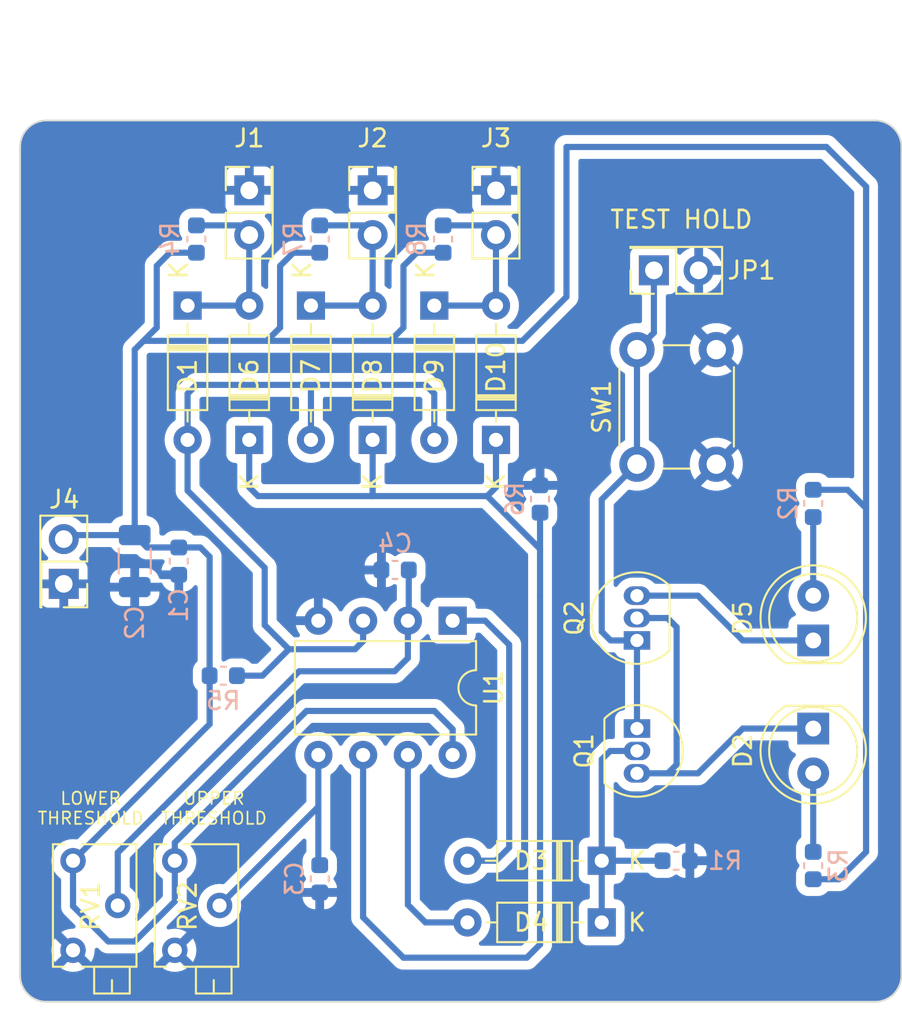
<source format=kicad_pcb>
(kicad_pcb (version 20221018) (generator pcbnew)
  (layers (0 "F.Cu" signal) (31 "B.Cu" signal) (34 "B.Paste" user) (35 "F.Paste" user) (36 "B.SilkS" user "B.Silkscreen") (37 "F.SilkS" user "F.Silkscreen") (38 "B.Mask" user) (39 "F.Mask" user) (44 "Edge.Cuts" user))
  (net 0 "")
  (net 1 "VCC")
  (net 2 "GND")
  (net 3 "/UP_THR")
  (net 4 "/LR_THR")
  (net 5 "/PIN_1")
  (net 6 "/LOW_COMP")
  (net 7 "Net-(D2-K)")
  (net 8 "Net-(D2-A)")
  (net 9 "Net-(D3-K)")
  (net 10 "Net-(D3-A)")
  (net 11 "Net-(D4-A)")
  (net 12 "Net-(D5-K)")
  (net 13 "Net-(D5-A)")
  (net 14 "/HIGH_COMP")
  (net 15 "/PIN_2")
  (net 16 "/PIN_3")
  (net 17 "Net-(JP1-A)")
  (footprint "Package_TO_SOT_THT:TO-92_Inline" (layer "F.Cu") (at 165 109.5 90)
    (fp_text reference "Q2" (at 1.27 -3.56 90) (layer "F.SilkS"))
    (fp_text value "2N7000")
    (fp_line (start -0.53 1.85) (end 3.07 1.85) (stroke (width 0.12)) (layer "F.SilkS"))
    (fp_arc (start -0.568478 1.838478) (mid -1.132087 -0.994977) (end 1.27 -2.6) (stroke (width 0.12)) (layer "F.SilkS"))
    (fp_arc (start 1.27 -2.6) (mid 3.672087 -0.994977) (end 3.108478 1.838478) (stroke (width 0.12)) (layer "F.SilkS"))
    (pad "1" thru_hole rect (at 0 0 90) (size 1.05 1.5) (drill 0.75) (layers "*.Cu" "*.Mask") (net 17 "Net-(JP1-A)"))
    (pad "2" thru_hole oval (at 1.27 0 90) (size 1.05 1.5) (drill 0.75) (layers "*.Cu" "*.Mask") (net 7 "Net-(D2-K)"))
    (pad "3" thru_hole oval (at 2.54 0 90) (size 1.05 1.5) (drill 0.75) (layers "*.Cu" "*.Mask") (net 12 "Net-(D5-K)"))
  )
  (footprint "Potentiometer_THT:Potentiometer_Bourns_3266X_Horizontal" (layer "F.Cu") (at 133 122 90)
    (fp_text reference "RV1" (at -2.58 1 90) (layer "F.SilkS"))
    (fp_text value "R_Potentiometer")
    (fp_line (start -7.535 1.2) (end -7.535 3.22) (stroke (width 0.12)) (layer "F.SilkS"))
    (fp_line (start -7.535 1.2) (end -6.016 1.2) (stroke (width 0.12)) (layer "F.SilkS"))
    (fp_line (start -7.535 2.21) (end -6.776 2.21) (stroke (width 0.12)) (layer "F.SilkS"))
    (fp_line (start -7.535 3.22) (end -6.016 3.22) (stroke (width 0.12)) (layer "F.SilkS"))
    (fp_line (start -6.016 1.2) (end -6.016 3.22) (stroke (width 0.12)) (layer "F.SilkS"))
    (fp_line (start -6.015 -1.14) (end -6.015 -0.495) (stroke (width 0.12)) (layer "F.SilkS"))
    (fp_line (start -6.015 -1.14) (end 0.935 -1.14) (stroke (width 0.12)) (layer "F.SilkS"))
    (fp_line (start -6.015 0.495) (end -6.015 3.6) (stroke (width 0.12)) (layer "F.SilkS"))
    (fp_line (start -6.015 3.6) (end 0.935 3.6) (stroke (width 0.12)) (layer "F.SilkS"))
    (fp_line (start 0.935 -1.14) (end 0.935 -0.495) (stroke (width 0.12)) (layer "F.SilkS"))
    (fp_line (start 0.935 0.495) (end 0.935 3.6) (stroke (width 0.12)) (layer "F.SilkS"))
    (pad "1" thru_hole circle (at 0 0 90) (size 1.44 1.44) (drill 0.8) (layers "*.Cu" "*.Mask") (net 1 "VCC"))
    (pad "2" thru_hole circle (at -2.54 2.54 90) (size 1.44 1.44) (drill 0.8) (layers "*.Cu" "*.Mask") (net 4 "/LR_THR"))
    (pad "3" thru_hole circle (at -5.08 0 90) (size 1.44 1.44) (drill 0.8) (layers "*.Cu" "*.Mask") (net 2 "GND"))
  )
  (footprint "Potentiometer_THT:Potentiometer_Bourns_3266X_Horizontal" (layer "F.Cu") (at 138.775 122 90)
    (fp_text reference "RV2" (at -2.58 0.725 90) (layer "F.SilkS"))
    (fp_text value "R_Potentiometer")
    (fp_line (start -7.535 1.2) (end -7.535 3.22) (stroke (width 0.12)) (layer "F.SilkS"))
    (fp_line (start -7.535 1.2) (end -6.016 1.2) (stroke (width 0.12)) (layer "F.SilkS"))
    (fp_line (start -7.535 2.21) (end -6.776 2.21) (stroke (width 0.12)) (layer "F.SilkS"))
    (fp_line (start -7.535 3.22) (end -6.016 3.22) (stroke (width 0.12)) (layer "F.SilkS"))
    (fp_line (start -6.016 1.2) (end -6.016 3.22) (stroke (width 0.12)) (layer "F.SilkS"))
    (fp_line (start -6.015 -1.14) (end -6.015 -0.495) (stroke (width 0.12)) (layer "F.SilkS"))
    (fp_line (start -6.015 -1.14) (end 0.935 -1.14) (stroke (width 0.12)) (layer "F.SilkS"))
    (fp_line (start -6.015 0.495) (end -6.015 3.6) (stroke (width 0.12)) (layer "F.SilkS"))
    (fp_line (start -6.015 3.6) (end 0.935 3.6) (stroke (width 0.12)) (layer "F.SilkS"))
    (fp_line (start 0.935 -1.14) (end 0.935 -0.495) (stroke (width 0.12)) (layer "F.SilkS"))
    (fp_line (start 0.935 0.495) (end 0.935 3.6) (stroke (width 0.12)) (layer "F.SilkS"))
    (pad "1" thru_hole circle (at 0 0 90) (size 1.44 1.44) (drill 0.8) (layers "*.Cu" "*.Mask") (net 1 "VCC"))
    (pad "2" thru_hole circle (at -2.54 2.54 90) (size 1.44 1.44) (drill 0.8) (layers "*.Cu" "*.Mask") (net 3 "/UP_THR"))
    (pad "3" thru_hole circle (at -5.08 0 90) (size 1.44 1.44) (drill 0.8) (layers "*.Cu" "*.Mask") (net 2 "GND"))
  )
  (footprint "Diode_THT:D_DO-35_SOD27_P7.62mm_Horizontal" (layer "F.Cu") (at 139.5 90.5 -90)
    (fp_text reference "D1" (at 4 0 90) (layer "F.SilkS"))
    (fp_text value "1N914")
    (fp_text user "K" (at -2 0.5 90) (layer "F.SilkS"))
    (fp_line (start 1.04 0) (end 1.69 0) (stroke (width 0.12)) (layer "F.SilkS"))
    (fp_line (start 1.69 -1.12) (end 1.69 1.12) (stroke (width 0.12)) (layer "F.SilkS"))
    (fp_line (start 1.69 1.12) (end 5.93 1.12) (stroke (width 0.12)) (layer "F.SilkS"))
    (fp_line (start 2.29 -1.12) (end 2.29 1.12) (stroke (width 0.12)) (layer "F.SilkS"))
    (fp_line (start 2.41 -1.12) (end 2.41 1.12) (stroke (width 0.12)) (layer "F.SilkS"))
    (fp_line (start 2.53 -1.12) (end 2.53 1.12) (stroke (width 0.12)) (layer "F.SilkS"))
    (fp_line (start 5.93 -1.12) (end 1.69 -1.12) (stroke (width 0.12)) (layer "F.SilkS"))
    (fp_line (start 5.93 1.12) (end 5.93 -1.12) (stroke (width 0.12)) (layer "F.SilkS"))
    (fp_line (start 6.58 0) (end 5.93 0) (stroke (width 0.12)) (layer "F.SilkS"))
    (pad "1" thru_hole rect (at 0 0 270) (size 1.6 1.6) (drill 0.8) (layers "*.Cu" "*.Mask") (net 5 "/PIN_1"))
    (pad "2" thru_hole oval (at 7.62 0 270) (size 1.6 1.6) (drill 0.8) (layers "*.Cu" "*.Mask") (net 6 "/LOW_COMP"))
  )
  (footprint "Button_Switch_THT:SW_PUSH_6mm_H4.3mm" (layer "F.Cu") (at 165 99.5 90)
    (fp_text reference "SW1" (at 3.25 -2 90) (layer "F.SilkS"))
    (fp_text value "TEST")
    (fp_line (start -0.25 1.5) (end -0.25 3) (stroke (width 0.12)) (layer "F.SilkS"))
    (fp_line (start 1 5.5) (end 5.5 5.5) (stroke (width 0.12)) (layer "F.SilkS"))
    (fp_line (start 5.5 -1) (end 1 -1) (stroke (width 0.12)) (layer "F.SilkS"))
    (fp_line (start 6.75 3) (end 6.75 1.5) (stroke (width 0.12)) (layer "F.SilkS"))
    (pad "1" thru_hole circle (at 0 0 180) (size 2 2) (drill 1.1) (layers "*.Cu" "*.Mask") (net 17 "Net-(JP1-A)"))
    (pad "1" thru_hole circle (at 6.5 0 180) (size 2 2) (drill 1.1) (layers "*.Cu" "*.Mask") (net 17 "Net-(JP1-A)"))
    (pad "2" thru_hole circle (at 0 4.5 180) (size 2 2) (drill 1.1) (layers "*.Cu" "*.Mask") (net 2 "GND"))
    (pad "2" thru_hole circle (at 6.5 4.5 180) (size 2 2) (drill 1.1) (layers "*.Cu" "*.Mask") (net 2 "GND"))
  )
  (footprint "Connector_PinSocket_2.54mm:PinSocket_2x01_P2.54mm_Vertical" (layer "F.Cu") (at 143 83.96 90)
    (fp_text reference "J1" (at 2.96 0 180) (layer "F.SilkS"))
    (fp_text value "GUESS RESISTOR 1")
    (fp_line (start -3.87 -1.33) (end -3.87 1.33) (stroke (width 0.12)) (layer "F.SilkS"))
    (fp_line (start -3.87 -1.33) (end -1.27 -1.33) (stroke (width 0.12)) (layer "F.SilkS"))
    (fp_line (start -3.87 1.33) (end 1.33 1.33) (stroke (width 0.12)) (layer "F.SilkS"))
    (fp_line (start -1.27 -1.33) (end -1.27 1.27) (stroke (width 0.12)) (layer "F.SilkS"))
    (fp_line (start -1.27 1.27) (end 1.33 1.27) (stroke (width 0.12)) (layer "F.SilkS"))
    (fp_line (start 0 -1.33) (end 1.33 -1.33) (stroke (width 0.12)) (layer "F.SilkS"))
    (fp_line (start 1.33 -1.33) (end 1.33 0) (stroke (width 0.12)) (layer "F.SilkS"))
    (fp_line (start 1.33 1.27) (end 1.33 1.33) (stroke (width 0.12)) (layer "F.SilkS"))
    (pad "1" thru_hole rect (at 0 0 90) (size 1.7 1.7) (drill 1) (layers "*.Cu" "*.Mask") (net 2 "GND"))
    (pad "2" thru_hole oval (at -2.54 0 90) (size 1.7 1.7) (drill 1) (layers "*.Cu" "*.Mask") (net 5 "/PIN_1"))
  )
  (footprint "Connector_PinSocket_2.54mm:PinSocket_2x01_P2.54mm_Vertical" (layer "F.Cu") (at 132.475 106.29 -90)
    (fp_text reference "J4" (at -4.79 -0.025 -180) (layer "F.SilkS"))
    (fp_text value "POWER")
    (fp_line (start -3.87 -1.33) (end -3.87 1.33) (stroke (width 0.12)) (layer "F.SilkS"))
    (fp_line (start -3.87 -1.33) (end -1.27 -1.33) (stroke (width 0.12)) (layer "F.SilkS"))
    (fp_line (start -3.87 1.33) (end 1.33 1.33) (stroke (width 0.12)) (layer "F.SilkS"))
    (fp_line (start -1.27 -1.33) (end -1.27 1.27) (stroke (width 0.12)) (layer "F.SilkS"))
    (fp_line (start -1.27 1.27) (end 1.33 1.27) (stroke (width 0.12)) (layer "F.SilkS"))
    (fp_line (start 0 -1.33) (end 1.33 -1.33) (stroke (width 0.12)) (layer "F.SilkS"))
    (fp_line (start 1.33 -1.33) (end 1.33 0) (stroke (width 0.12)) (layer "F.SilkS"))
    (fp_line (start 1.33 1.27) (end 1.33 1.33) (stroke (width 0.12)) (layer "F.SilkS"))
    (pad "1" thru_hole rect (at 0 0 270) (size 1.7 1.7) (drill 1) (layers "*.Cu" "*.Mask") (net 2 "GND"))
    (pad "2" thru_hole oval (at -2.54 0 270) (size 1.7 1.7) (drill 1) (layers "*.Cu" "*.Mask") (net 1 "VCC"))
  )
  (footprint "Connector_PinSocket_2.54mm:PinSocket_2x01_P2.54mm_Vertical" (layer "F.Cu") (at 150 83.96 90)
    (fp_text reference "J2" (at 2.96 0 180) (layer "F.SilkS"))
    (fp_text value "GUESS RESISTOR 2")
    (fp_line (start -3.87 -1.33) (end -3.87 1.33) (stroke (width 0.12)) (layer "F.SilkS"))
    (fp_line (start -3.87 -1.33) (end -1.27 -1.33) (stroke (width 0.12)) (layer "F.SilkS"))
    (fp_line (start -3.87 1.33) (end 1.33 1.33) (stroke (width 0.12)) (layer "F.SilkS"))
    (fp_line (start -1.27 -1.33) (end -1.27 1.27) (stroke (width 0.12)) (layer "F.SilkS"))
    (fp_line (start -1.27 1.27) (end 1.33 1.27) (stroke (width 0.12)) (layer "F.SilkS"))
    (fp_line (start 0 -1.33) (end 1.33 -1.33) (stroke (width 0.12)) (layer "F.SilkS"))
    (fp_line (start 1.33 -1.33) (end 1.33 0) (stroke (width 0.12)) (layer "F.SilkS"))
    (fp_line (start 1.33 1.27) (end 1.33 1.33) (stroke (width 0.12)) (layer "F.SilkS"))
    (pad "1" thru_hole rect (at 0 0 90) (size 1.7 1.7) (drill 1) (layers "*.Cu" "*.Mask") (net 2 "GND"))
    (pad "2" thru_hole oval (at -2.54 0 90) (size 1.7 1.7) (drill 1) (layers "*.Cu" "*.Mask") (net 15 "/PIN_2"))
  )
  (footprint "Diode_THT:D_DO-35_SOD27_P7.62mm_Horizontal" (layer "F.Cu") (at 146.5 90.5 -90)
    (fp_text reference "D7" (at 4 0 90) (layer "F.SilkS"))
    (fp_text value "1N914")
    (fp_text user "K" (at -2 0.5 90) (layer "F.SilkS"))
    (fp_line (start 1.04 0) (end 1.69 0) (stroke (width 0.12)) (layer "F.SilkS"))
    (fp_line (start 1.69 -1.12) (end 1.69 1.12) (stroke (width 0.12)) (layer "F.SilkS"))
    (fp_line (start 1.69 1.12) (end 5.93 1.12) (stroke (width 0.12)) (layer "F.SilkS"))
    (fp_line (start 2.29 -1.12) (end 2.29 1.12) (stroke (width 0.12)) (layer "F.SilkS"))
    (fp_line (start 2.41 -1.12) (end 2.41 1.12) (stroke (width 0.12)) (layer "F.SilkS"))
    (fp_line (start 2.53 -1.12) (end 2.53 1.12) (stroke (width 0.12)) (layer "F.SilkS"))
    (fp_line (start 5.93 -1.12) (end 1.69 -1.12) (stroke (width 0.12)) (layer "F.SilkS"))
    (fp_line (start 5.93 1.12) (end 5.93 -1.12) (stroke (width 0.12)) (layer "F.SilkS"))
    (fp_line (start 6.58 0) (end 5.93 0) (stroke (width 0.12)) (layer "F.SilkS"))
    (pad "1" thru_hole rect (at 0 0 270) (size 1.6 1.6) (drill 0.8) (layers "*.Cu" "*.Mask") (net 15 "/PIN_2"))
    (pad "2" thru_hole oval (at 7.62 0 270) (size 1.6 1.6) (drill 0.8) (layers "*.Cu" "*.Mask") (net 6 "/LOW_COMP"))
  )
  (footprint "LED_THT:LED_D5.0mm" (layer "F.Cu") (at 175 114.5 -90)
    (fp_text reference "D2" (at 1.27 4 90) (layer "F.SilkS"))
    (fp_text value "FAIL")
    (fp_line (start -1.29 -1.545) (end -1.29 1.545) (stroke (width 0.12)) (layer "F.SilkS"))
    (fp_arc (start -1.29 -1.54483) (mid 2.072002 -2.880433) (end 4.26 0.000462) (stroke (width 0.12)) (layer "F.SilkS"))
    (fp_arc (start 4.26 -0.000462) (mid 2.072002 2.880433) (end -1.29 1.54483) (stroke (width 0.12)) (layer "F.SilkS"))
    (fp_circle (center 1.27 0) (end 3.77 0) (stroke (width 0.12)) (fill none) (layer "F.SilkS"))
    (pad "1" thru_hole rect (at 0 0 270) (size 1.8 1.8) (drill 0.9) (layers "*.Cu" "*.Mask") (net 7 "Net-(D2-K)"))
    (pad "2" thru_hole circle (at 2.54 0 270) (size 1.8 1.8) (drill 0.9) (layers "*.Cu" "*.Mask") (net 8 "Net-(D2-A)"))
  )
  (footprint "Diode_THT:D_DO-35_SOD27_P7.62mm_Horizontal" (layer "F.Cu") (at 143 98.12 90)
    (fp_text reference "D6" (at 3.62 0 90) (layer "F.SilkS"))
    (fp_text value "1N914")
    (fp_text user "K" (at -2.38 0 90) (layer "F.SilkS"))
    (fp_line (start 1.04 0) (end 1.69 0) (stroke (width 0.12)) (layer "F.SilkS"))
    (fp_line (start 1.69 -1.12) (end 1.69 1.12) (stroke (width 0.12)) (layer "F.SilkS"))
    (fp_line (start 1.69 1.12) (end 5.93 1.12) (stroke (width 0.12)) (layer "F.SilkS"))
    (fp_line (start 2.29 -1.12) (end 2.29 1.12) (stroke (width 0.12)) (layer "F.SilkS"))
    (fp_line (start 2.41 -1.12) (end 2.41 1.12) (stroke (width 0.12)) (layer "F.SilkS"))
    (fp_line (start 2.53 -1.12) (end 2.53 1.12) (stroke (width 0.12)) (layer "F.SilkS"))
    (fp_line (start 5.93 -1.12) (end 1.69 -1.12) (stroke (width 0.12)) (layer "F.SilkS"))
    (fp_line (start 5.93 1.12) (end 5.93 -1.12) (stroke (width 0.12)) (layer "F.SilkS"))
    (fp_line (start 6.58 0) (end 5.93 0) (stroke (width 0.12)) (layer "F.SilkS"))
    (pad "1" thru_hole rect (at 0 0 90) (size 1.6 1.6) (drill 0.8) (layers "*.Cu" "*.Mask") (net 14 "/HIGH_COMP"))
    (pad "2" thru_hole oval (at 7.62 0 90) (size 1.6 1.6) (drill 0.8) (layers "*.Cu" "*.Mask") (net 5 "/PIN_1"))
  )
  (footprint "Diode_THT:D_DO-35_SOD27_P7.62mm_Horizontal" (layer "F.Cu") (at 153.5 90.5 -90)
    (fp_text reference "D9" (at 4 0 90) (layer "F.SilkS"))
    (fp_text value "1N914")
    (fp_text user "K" (at -2 0.5 90) (layer "F.SilkS"))
    (fp_line (start 1.04 0) (end 1.69 0) (stroke (width 0.12)) (layer "F.SilkS"))
    (fp_line (start 1.69 -1.12) (end 1.69 1.12) (stroke (width 0.12)) (layer "F.SilkS"))
    (fp_line (start 1.69 1.12) (end 5.93 1.12) (stroke (width 0.12)) (layer "F.SilkS"))
    (fp_line (start 2.29 -1.12) (end 2.29 1.12) (stroke (width 0.12)) (layer "F.SilkS"))
    (fp_line (start 2.41 -1.12) (end 2.41 1.12) (stroke (width 0.12)) (layer "F.SilkS"))
    (fp_line (start 2.53 -1.12) (end 2.53 1.12) (stroke (width 0.12)) (layer "F.SilkS"))
    (fp_line (start 5.93 -1.12) (end 1.69 -1.12) (stroke (width 0.12)) (layer "F.SilkS"))
    (fp_line (start 5.93 1.12) (end 5.93 -1.12) (stroke (width 0.12)) (layer "F.SilkS"))
    (fp_line (start 6.58 0) (end 5.93 0) (stroke (width 0.12)) (layer "F.SilkS"))
    (pad "1" thru_hole rect (at 0 0 270) (size 1.6 1.6) (drill 0.8) (layers "*.Cu" "*.Mask") (net 16 "/PIN_3"))
    (pad "2" thru_hole oval (at 7.62 0 270) (size 1.6 1.6) (drill 0.8) (layers "*.Cu" "*.Mask") (net 6 "/LOW_COMP"))
  )
  (footprint "Connector_PinSocket_2.54mm:PinSocket_2x01_P2.54mm_Vertical" (layer "F.Cu") (at 165.96 88.5 180)
    (fp_text reference "JP1" (at -5.54 0) (layer "F.SilkS"))
    (fp_text value "TEST_HOLD")
    (fp_line (start -3.87 -1.33) (end -3.87 1.33) (stroke (width 0.12)) (layer "F.SilkS"))
    (fp_line (start -3.87 -1.33) (end -1.27 -1.33) (stroke (width 0.12)) (layer "F.SilkS"))
    (fp_line (start -3.87 1.33) (end 1.33 1.33) (stroke (width 0.12)) (layer "F.SilkS"))
    (fp_line (start -1.27 -1.33) (end -1.27 1.27) (stroke (width 0.12)) (layer "F.SilkS"))
    (fp_line (start -1.27 1.27) (end 1.33 1.27) (stroke (width 0.12)) (layer "F.SilkS"))
    (fp_line (start 0 -1.33) (end 1.33 -1.33) (stroke (width 0.12)) (layer "F.SilkS"))
    (fp_line (start 1.33 -1.33) (end 1.33 0) (stroke (width 0.12)) (layer "F.SilkS"))
    (fp_line (start 1.33 1.27) (end 1.33 1.33) (stroke (width 0.12)) (layer "F.SilkS"))
    (pad "1" thru_hole rect (at 0 0 180) (size 1.7 1.7) (drill 1) (layers "*.Cu" "*.Mask") (net 17 "Net-(JP1-A)"))
    (pad "2" thru_hole oval (at -2.54 0 180) (size 1.7 1.7) (drill 1) (layers "*.Cu" "*.Mask") (net 2 "GND"))
  )
  (footprint "Diode_THT:D_DO-35_SOD27_P7.62mm_Horizontal" (layer "F.Cu") (at 163 125.5 180)
    (fp_text reference "D4" (at 4 0) (layer "F.SilkS"))
    (fp_text value "1N914")
    (fp_text user "K" (at -2 0) (layer "F.SilkS"))
    (fp_line (start 1.04 0) (end 1.69 0) (stroke (width 0.12)) (layer "F.SilkS"))
    (fp_line (start 1.69 -1.12) (end 1.69 1.12) (stroke (width 0.12)) (layer "F.SilkS"))
    (fp_line (start 1.69 1.12) (end 5.93 1.12) (stroke (width 0.12)) (layer "F.SilkS"))
    (fp_line (start 2.29 -1.12) (end 2.29 1.12) (stroke (width 0.12)) (layer "F.SilkS"))
    (fp_line (start 2.41 -1.12) (end 2.41 1.12) (stroke (width 0.12)) (layer "F.SilkS"))
    (fp_line (start 2.53 -1.12) (end 2.53 1.12) (stroke (width 0.12)) (layer "F.SilkS"))
    (fp_line (start 5.93 -1.12) (end 1.69 -1.12) (stroke (width 0.12)) (layer "F.SilkS"))
    (fp_line (start 5.93 1.12) (end 5.93 -1.12) (stroke (width 0.12)) (layer "F.SilkS"))
    (fp_line (start 6.58 0) (end 5.93 0) (stroke (width 0.12)) (layer "F.SilkS"))
    (pad "1" thru_hole rect (at 0 0 180) (size 1.6 1.6) (drill 0.8) (layers "*.Cu" "*.Mask") (net 9 "Net-(D3-K)"))
    (pad "2" thru_hole oval (at 7.62 0 180) (size 1.6 1.6) (drill 0.8) (layers "*.Cu" "*.Mask") (net 11 "Net-(D4-A)"))
  )
  (footprint "Package_DIP:DIP-8_W7.62mm" (layer "F.Cu") (at 154.54 108.38 -90)
    (fp_text reference "U1" (at 3.81 -2.33 90) (layer "F.SilkS"))
    (fp_text value "LM358")
    (fp_line (start 1.16 -1.33) (end 1.16 8.95) (stroke (width 0.12)) (layer "F.SilkS"))
    (fp_line (start 1.16 8.95) (end 6.46 8.95) (stroke (width 0.12)) (layer "F.SilkS"))
    (fp_line (start 2.81 -1.33) (end 1.16 -1.33) (stroke (width 0.12)) (layer "F.SilkS"))
    (fp_line (start 6.46 -1.33) (end 4.81 -1.33) (stroke (width 0.12)) (layer "F.SilkS"))
    (fp_line (start 6.46 8.95) (end 6.46 -1.33) (stroke (width 0.12)) (layer "F.SilkS"))
    (fp_arc (start 4.81 -1.33) (mid 3.81 -0.33) (end 2.81 -1.33) (stroke (width 0.12)) (layer "F.SilkS"))
    (pad "1" thru_hole rect (at 0 0 270) (size 1.6 1.6) (drill 0.8) (layers "*.Cu" "*.Mask") (net 10 "Net-(D3-A)"))
    (pad "2" thru_hole oval (at 0 2.54 270) (size 1.6 1.6) (drill 0.8) (layers "*.Cu" "*.Mask") (net 4 "/LR_THR"))
    (pad "3" thru_hole oval (at 0 5.08 270) (size 1.6 1.6) (drill 0.8) (layers "*.Cu" "*.Mask") (net 6 "/LOW_COMP"))
    (pad "4" thru_hole oval (at 0 7.62 270) (size 1.6 1.6) (drill 0.8) (layers "*.Cu" "*.Mask") (net 2 "GND"))
    (pad "5" thru_hole oval (at 7.62 7.62 270) (size 1.6 1.6) (drill 0.8) (layers "*.Cu" "*.Mask") (net 3 "/UP_THR"))
    (pad "6" thru_hole oval (at 7.62 5.08 270) (size 1.6 1.6) (drill 0.8) (layers "*.Cu" "*.Mask") (net 14 "/HIGH_COMP"))
    (pad "7" thru_hole oval (at 7.62 2.54 270) (size 1.6 1.6) (drill 0.8) (layers "*.Cu" "*.Mask") (net 11 "Net-(D4-A)"))
    (pad "8" thru_hole oval (at 7.62 0 270) (size 1.6 1.6) (drill 0.8) (layers "*.Cu" "*.Mask") (net 1 "VCC"))
  )
  (footprint "Connector_PinSocket_2.54mm:PinSocket_2x01_P2.54mm_Vertical" (layer "F.Cu") (at 157 83.96 90)
    (fp_text reference "J3" (at 2.96 0 180) (layer "F.SilkS"))
    (fp_text value "GUESS RESISTOR 3")
    (fp_line (start -3.87 -1.33) (end -3.87 1.33) (stroke (width 0.12)) (layer "F.SilkS"))
    (fp_line (start -3.87 -1.33) (end -1.27 -1.33) (stroke (width 0.12)) (layer "F.SilkS"))
    (fp_line (start -3.87 1.33) (end 1.33 1.33) (stroke (width 0.12)) (layer "F.SilkS"))
    (fp_line (start -1.27 -1.33) (end -1.27 1.27) (stroke (width 0.12)) (layer "F.SilkS"))
    (fp_line (start -1.27 1.27) (end 1.33 1.27) (stroke (width 0.12)) (layer "F.SilkS"))
    (fp_line (start 0 -1.33) (end 1.33 -1.33) (stroke (width 0.12)) (layer "F.SilkS"))
    (fp_line (start 1.33 -1.33) (end 1.33 0) (stroke (width 0.12)) (layer "F.SilkS"))
    (fp_line (start 1.33 1.27) (end 1.33 1.33) (stroke (width 0.12)) (layer "F.SilkS"))
    (pad "1" thru_hole rect (at 0 0 90) (size 1.7 1.7) (drill 1) (layers "*.Cu" "*.Mask") (net 2 "GND"))
    (pad "2" thru_hole oval (at -2.54 0 90) (size 1.7 1.7) (drill 1) (layers "*.Cu" "*.Mask") (net 16 "/PIN_3"))
  )
  (footprint "Diode_THT:D_DO-35_SOD27_P7.62mm_Horizontal" (layer "F.Cu") (at 150 98.12 90)
    (fp_text reference "D8" (at 3.62 0 90) (layer "F.SilkS"))
    (fp_text value "1N914")
    (fp_text user "K" (at -2.38 0 90) (layer "F.SilkS"))
    (fp_line (start 1.04 0) (end 1.69 0) (stroke (width 0.12)) (layer "F.SilkS"))
    (fp_line (start 1.69 -1.12) (end 1.69 1.12) (stroke (width 0.12)) (layer "F.SilkS"))
    (fp_line (start 1.69 1.12) (end 5.93 1.12) (stroke (width 0.12)) (layer "F.SilkS"))
    (fp_line (start 2.29 -1.12) (end 2.29 1.12) (stroke (width 0.12)) (layer "F.SilkS"))
    (fp_line (start 2.41 -1.12) (end 2.41 1.12) (stroke (width 0.12)) (layer "F.SilkS"))
    (fp_line (start 2.53 -1.12) (end 2.53 1.12) (stroke (width 0.12)) (layer "F.SilkS"))
    (fp_line (start 5.93 -1.12) (end 1.69 -1.12) (stroke (width 0.12)) (layer "F.SilkS"))
    (fp_line (start 5.93 1.12) (end 5.93 -1.12) (stroke (width 0.12)) (layer "F.SilkS"))
    (fp_line (start 6.58 0) (end 5.93 0) (stroke (width 0.12)) (layer "F.SilkS"))
    (pad "1" thru_hole rect (at 0 0 90) (size 1.6 1.6) (drill 0.8) (layers "*.Cu" "*.Mask") (net 14 "/HIGH_COMP"))
    (pad "2" thru_hole oval (at 7.62 0 90) (size 1.6 1.6) (drill 0.8) (layers "*.Cu" "*.Mask") (net 15 "/PIN_2"))
  )
  (footprint "Package_TO_SOT_THT:TO-92_Inline" (layer "F.Cu") (at 165 114.5 -90)
    (fp_text reference "Q1" (at 1.27 3 90) (layer "F.SilkS"))
    (fp_text value "2N7000")
    (fp_line (start -0.53 1.85) (end 3.07 1.85) (stroke (width 0.12)) (layer "F.SilkS"))
    (fp_arc (start -0.568478 1.838478) (mid -1.132087 -0.994977) (end 1.27 -2.6) (stroke (width 0.12)) (layer "F.SilkS"))
    (fp_arc (start 1.27 -2.6) (mid 3.672087 -0.994977) (end 3.108478 1.838478) (stroke (width 0.12)) (layer "F.SilkS"))
    (pad "1" thru_hole rect (at 0 0 270) (size 1.05 1.5) (drill 0.75) (layers "*.Cu" "*.Mask") (net 17 "Net-(JP1-A)"))
    (pad "2" thru_hole oval (at 1.27 0 270) (size 1.05 1.5) (drill 0.75) (layers "*.Cu" "*.Mask") (net 9 "Net-(D3-K)"))
    (pad "3" thru_hole oval (at 2.54 0 270) (size 1.05 1.5) (drill 0.75) (layers "*.Cu" "*.Mask") (net 7 "Net-(D2-K)"))
  )
  (footprint "Diode_THT:D_DO-35_SOD27_P7.62mm_Horizontal" (layer "F.Cu") (at 163 122 180)
    (fp_text reference "D3" (at 4 0) (layer "F.SilkS"))
    (fp_text value "1N914")
    (fp_text user "K" (at -2 0) (layer "F.SilkS"))
    (fp_line (start 1.04 0) (end 1.69 0) (stroke (width 0.12)) (layer "F.SilkS"))
    (fp_line (start 1.69 -1.12) (end 1.69 1.12) (stroke (width 0.12)) (layer "F.SilkS"))
    (fp_line (start 1.69 1.12) (end 5.93 1.12) (stroke (width 0.12)) (layer "F.SilkS"))
    (fp_line (start 2.29 -1.12) (end 2.29 1.12) (stroke (width 0.12)) (layer "F.SilkS"))
    (fp_line (start 2.41 -1.12) (end 2.41 1.12) (stroke (width 0.12)) (layer "F.SilkS"))
    (fp_line (start 2.53 -1.12) (end 2.53 1.12) (stroke (width 0.12)) (layer "F.SilkS"))
    (fp_line (start 5.93 -1.12) (end 1.69 -1.12) (stroke (width 0.12)) (layer "F.SilkS"))
    (fp_line (start 5.93 1.12) (end 5.93 -1.12) (stroke (width 0.12)) (layer "F.SilkS"))
    (fp_line (start 6.58 0) (end 5.93 0) (stroke (width 0.12)) (layer "F.SilkS"))
    (pad "1" thru_hole rect (at 0 0 180) (size 1.6 1.6) (drill 0.8) (layers "*.Cu" "*.Mask") (net 9 "Net-(D3-K)"))
    (pad "2" thru_hole oval (at 7.62 0 180) (size 1.6 1.6) (drill 0.8) (layers "*.Cu" "*.Mask") (net 10 "Net-(D3-A)"))
  )
  (footprint "LED_THT:LED_D5.0mm" (layer "F.Cu") (at 175 109.5 90)
    (fp_text reference "D5" (at 1.27 -4 90) (layer "F.SilkS"))
    (fp_text value "PASS")
    (fp_line (start -1.29 -1.545) (end -1.29 1.545) (stroke (width 0.12)) (layer "F.SilkS"))
    (fp_arc (start -1.29 -1.54483) (mid 2.072002 -2.880433) (end 4.26 0.000462) (stroke (width 0.12)) (layer "F.SilkS"))
    (fp_arc (start 4.26 -0.000462) (mid 2.072002 2.880433) (end -1.29 1.54483) (stroke (width 0.12)) (layer "F.SilkS"))
    (fp_circle (center 1.27 0) (end 3.77 0) (stroke (width 0.12)) (fill none) (layer "F.SilkS"))
    (pad "1" thru_hole rect (at 0 0 90) (size 1.8 1.8) (drill 0.9) (layers "*.Cu" "*.Mask") (net 12 "Net-(D5-K)"))
    (pad "2" thru_hole circle (at 2.54 0 90) (size 1.8 1.8) (drill 0.9) (layers "*.Cu" "*.Mask") (net 13 "Net-(D5-A)"))
  )
  (footprint "Diode_THT:D_DO-35_SOD27_P7.62mm_Horizontal" (layer "F.Cu") (at 157 98.12 90)
    (fp_text reference "D10" (at 4.12 0 90) (layer "F.SilkS"))
    (fp_text value "1N914")
    (fp_text user "K" (at -2.38 0 90) (layer "F.SilkS"))
    (fp_line (start 1.04 0) (end 1.69 0) (stroke (width 0.12)) (layer "F.SilkS"))
    (fp_line (start 1.69 -1.12) (end 1.69 1.12) (stroke (width 0.12)) (layer "F.SilkS"))
    (fp_line (start 1.69 1.12) (end 5.93 1.12) (stroke (width 0.12)) (layer "F.SilkS"))
    (fp_line (start 2.29 -1.12) (end 2.29 1.12) (stroke (width 0.12)) (layer "F.SilkS"))
    (fp_line (start 2.41 -1.12) (end 2.41 1.12) (stroke (width 0.12)) (layer "F.SilkS"))
    (fp_line (start 2.53 -1.12) (end 2.53 1.12) (stroke (width 0.12)) (layer "F.SilkS"))
    (fp_line (start 5.93 -1.12) (end 1.69 -1.12) (stroke (width 0.12)) (layer "F.SilkS"))
    (fp_line (start 5.93 1.12) (end 5.93 -1.12) (stroke (width 0.12)) (layer "F.SilkS"))
    (fp_line (start 6.58 0) (end 5.93 0) (stroke (width 0.12)) (layer "F.SilkS"))
    (pad "1" thru_hole rect (at 0 0 90) (size 1.6 1.6) (drill 0.8) (layers "*.Cu" "*.Mask") (net 14 "/HIGH_COMP"))
    (pad "2" thru_hole oval (at 7.62 0 90) (size 1.6 1.6) (drill 0.8) (layers "*.Cu" "*.Mask") (net 16 "/PIN_3"))
  )
  (footprint "Capacitor_SMD:C_0603_1608Metric" (layer "B.Cu") (at 141.525 111.5)
    (fp_text reference "R5" (at 0 1.43) (layer "B.SilkS") (effects (justify mirror)))
    (fp_text value "1M")
    (fp_line (start -0.14058 -0.51) (end 0.14058 -0.51) (stroke (width 0.12)) (layer "B.SilkS"))
    (fp_line (start -0.14058 0.51) (end 0.14058 0.51) (stroke (width 0.12)) (layer "B.SilkS"))
    (pad "1" smd roundrect (at -0.775 0) (size 0.9 0.95) (layers "B.Cu" "B.Paste" "B.Mask") (net 1 "VCC"))
    (pad "2" smd roundrect (at 0.775 0) (size 0.9 0.95) (layers "B.Cu" "B.Paste" "B.Mask") (net 6 "/LOW_COMP"))
  )
  (footprint "Capacitor_SMD:C_0603_1608Metric" (layer "B.Cu") (at 167.225 122)
    (fp_text reference "R1" (at 2.775 0) (layer "B.SilkS") (effects (justify mirror)))
    (fp_text value "1k")
    (fp_line (start -0.14058 -0.51) (end 0.14058 -0.51) (stroke (width 0.12)) (layer "B.SilkS"))
    (fp_line (start -0.14058 0.51) (end 0.14058 0.51) (stroke (width 0.12)) (layer "B.SilkS"))
    (pad "1" smd roundrect (at -0.775 0) (size 0.9 0.95) (layers "B.Cu" "B.Paste" "B.Mask") (net 9 "Net-(D3-K)"))
    (pad "2" smd roundrect (at 0.775 0) (size 0.9 0.95) (layers "B.Cu" "B.Paste" "B.Mask") (net 2 "GND"))
  )
  (footprint "Capacitor_SMD:C_0603_1608Metric" (layer "B.Cu") (at 175 101.725 -90)
    (fp_text reference "R2" (at 0 1.43 -270) (layer "B.SilkS") (effects (justify mirror)))
    (fp_text value "1k")
    (fp_line (start -0.14058 -0.51) (end 0.14058 -0.51) (stroke (width 0.12)) (layer "B.SilkS"))
    (fp_line (start -0.14058 0.51) (end 0.14058 0.51) (stroke (width 0.12)) (layer "B.SilkS"))
    (pad "1" smd roundrect (at -0.775 0 270) (size 0.9 0.95) (layers "B.Cu" "B.Paste" "B.Mask") (net 1 "VCC"))
    (pad "2" smd roundrect (at 0.775 0 270) (size 0.9 0.95) (layers "B.Cu" "B.Paste" "B.Mask") (net 13 "Net-(D5-A)"))
  )
  (footprint "Capacitor_SMD:C_0603_1608Metric" (layer "B.Cu") (at 154 86.725 90)
    (fp_text reference "R8" (at 0 -1.5 -270) (layer "B.SilkS") (effects (justify mirror)))
    (fp_text value "10k")
    (fp_line (start -0.14058 -0.51) (end 0.14058 -0.51) (stroke (width 0.12)) (layer "B.SilkS"))
    (fp_line (start -0.14058 0.51) (end 0.14058 0.51) (stroke (width 0.12)) (layer "B.SilkS"))
    (pad "1" smd roundrect (at -0.775 0 90) (size 0.9 0.95) (layers "B.Cu" "B.Paste" "B.Mask") (net 1 "VCC"))
    (pad "2" smd roundrect (at 0.775 0 90) (size 0.9 0.95) (layers "B.Cu" "B.Paste" "B.Mask") (net 16 "/PIN_3"))
  )
  (footprint "Capacitor_SMD:C_0603_1608Metric" (layer "B.Cu") (at 151.275 105.5 180)
    (fp_text reference "C4" (at 0 1.5) (layer "B.SilkS") (effects (justify mirror)))
    (fp_text value "0.1u")
    (fp_line (start -0.14058 -0.51) (end 0.14058 -0.51) (stroke (width 0.12)) (layer "B.SilkS"))
    (fp_line (start -0.14058 0.51) (end 0.14058 0.51) (stroke (width 0.12)) (layer "B.SilkS"))
    (pad "1" smd roundrect (at -0.775 0 180) (size 0.9 0.95) (layers "B.Cu" "B.Paste" "B.Mask") (net 4 "/LR_THR"))
    (pad "2" smd roundrect (at 0.775 0 180) (size 0.9 0.95) (layers "B.Cu" "B.Paste" "B.Mask") (net 2 "GND"))
  )
  (footprint "Capacitor_SMD:C_0603_1608Metric" (layer "B.Cu") (at 147 123.025 -90)
    (fp_text reference "C3" (at 0 1.43 -270) (layer "B.SilkS") (effects (justify mirror)))
    (fp_text value "0.1u")
    (fp_line (start -0.14058 -0.51) (end 0.14058 -0.51) (stroke (width 0.12)) (layer "B.SilkS"))
    (fp_line (start -0.14058 0.51) (end 0.14058 0.51) (stroke (width 0.12)) (layer "B.SilkS"))
    (pad "1" smd roundrect (at -0.775 0 270) (size 0.9 0.95) (layers "B.Cu" "B.Paste" "B.Mask") (net 3 "/UP_THR"))
    (pad "2" smd roundrect (at 0.775 0 270) (size 0.9 0.95) (layers "B.Cu" "B.Paste" "B.Mask") (net 2 "GND"))
  )
  (footprint "Capacitor_SMD:C_0603_1608Metric" (layer "B.Cu") (at 175 122.275 90)
    (fp_text reference "R3" (at 0 1.43 -270) (layer "B.SilkS") (effects (justify mirror)))
    (fp_text value "1k")
    (fp_line (start -0.14058 -0.51) (end 0.14058 -0.51) (stroke (width 0.12)) (layer "B.SilkS"))
    (fp_line (start -0.14058 0.51) (end 0.14058 0.51) (stroke (width 0.12)) (layer "B.SilkS"))
    (pad "1" smd roundrect (at -0.775 0 90) (size 0.9 0.95) (layers "B.Cu" "B.Paste" "B.Mask") (net 1 "VCC"))
    (pad "2" smd roundrect (at 0.775 0 90) (size 0.9 0.95) (layers "B.Cu" "B.Paste" "B.Mask") (net 8 "Net-(D2-A)"))
  )
  (footprint "Capacitor_SMD:C_0603_1608Metric" (layer "B.Cu") (at 140 86.725 90)
    (fp_text reference "R4" (at 0 -1.5 -270) (layer "B.SilkS") (effects (justify mirror)))
    (fp_text value "220")
    (fp_line (start -0.14058 -0.51) (end 0.14058 -0.51) (stroke (width 0.12)) (layer "B.SilkS"))
    (fp_line (start -0.14058 0.51) (end 0.14058 0.51) (stroke (width 0.12)) (layer "B.SilkS"))
    (pad "1" smd roundrect (at -0.775 0 90) (size 0.9 0.95) (layers "B.Cu" "B.Paste" "B.Mask") (net 1 "VCC"))
    (pad "2" smd roundrect (at 0.775 0 90) (size 0.9 0.95) (layers "B.Cu" "B.Paste" "B.Mask") (net 5 "/PIN_1"))
  )
  (footprint "Capacitor_SMD:C_0603_1608Metric" (layer "B.Cu") (at 147 86.725 90)
    (fp_text reference "R7" (at 0 -1.5 -270) (layer "B.SilkS") (effects (justify mirror)))
    (fp_text value "33k")
    (fp_line (start -0.14058 -0.51) (end 0.14058 -0.51) (stroke (width 0.12)) (layer "B.SilkS"))
    (fp_line (start -0.14058 0.51) (end 0.14058 0.51) (stroke (width 0.12)) (layer "B.SilkS"))
    (pad "1" smd roundrect (at -0.775 0 90) (size 0.9 0.95) (layers "B.Cu" "B.Paste" "B.Mask") (net 1 "VCC"))
    (pad "2" smd roundrect (at 0.775 0 90) (size 0.9 0.95) (layers "B.Cu" "B.Paste" "B.Mask") (net 15 "/PIN_2"))
  )
  (footprint "Capacitor_SMD:C_0603_1608Metric" (layer "B.Cu") (at 159.5 101.475 -90)
    (fp_text reference "R6" (at 0 1.43 -270) (layer "B.SilkS") (effects (justify mirror)))
    (fp_text value "1M")
    (fp_line (start -0.14058 -0.51) (end 0.14058 -0.51) (stroke (width 0.12)) (layer "B.SilkS"))
    (fp_line (start -0.14058 0.51) (end 0.14058 0.51) (stroke (width 0.12)) (layer "B.SilkS"))
    (pad "1" smd roundrect (at -0.775 0 270) (size 0.9 0.95) (layers "B.Cu" "B.Paste" "B.Mask") (net 2 "GND"))
    (pad "2" smd roundrect (at 0.775 0 270) (size 0.9 0.95) (layers "B.Cu" "B.Paste" "B.Mask") (net 14 "/HIGH_COMP"))
  )
  (footprint "Capacitor_SMD:C_1206_3216Metric" (layer "B.Cu") (at 136.5 105 -90)
    (fp_text reference "C2" (at 3.5 0 -270) (layer "B.SilkS") (effects (justify mirror)))
    (fp_text value "10u")
    (fp_line (start -0.711252 -0.91) (end 0.711252 -0.91) (stroke (width 0.12)) (layer "B.SilkS"))
    (fp_line (start -0.711252 0.91) (end 0.711252 0.91) (stroke (width 0.12)) (layer "B.SilkS"))
    (pad "1" smd roundrect (at -1.475 0 270) (size 1.15 1.8) (layers "B.Cu" "B.Paste" "B.Mask") (roundrect_rratio 0.217391) (net 1 "VCC"))
    (pad "2" smd roundrect (at 1.475 0 270) (size 1.15 1.8) (layers "B.Cu" "B.Paste" "B.Mask") (roundrect_rratio 0.217391) (net 2 "GND"))
  )
  (footprint "Capacitor_SMD:C_0603_1608Metric" (layer "B.Cu") (at 139 105 -90)
    (fp_text reference "C1" (at 2.5 0 -270) (layer "B.SilkS") (effects (justify mirror)))
    (fp_text value "0.1u")
    (fp_line (start -0.14058 -0.51) (end 0.14058 -0.51) (stroke (width 0.12)) (layer "B.SilkS"))
    (fp_line (start -0.14058 0.51) (end 0.14058 0.51) (stroke (width 0.12)) (layer "B.SilkS"))
    (pad "1" smd roundrect (at -0.775 0 270) (size 0.9 0.95) (layers "B.Cu" "B.Paste" "B.Mask") (net 1 "VCC"))
    (pad "2" smd roundrect (at 0.775 0 270) (size 0.9 0.95) (layers "B.Cu" "B.Paste" "B.Mask") (net 2 "GND"))
  )
  (gr_arc (start 130 81.5) (mid 130.43934 80.43934) (end 131.5 80) (stroke (width 0.1)) (layer "Edge.Cuts"))
  (gr_line (start 131.5 130) (end 178.500001 130.000001) (stroke (width 0.1)) (layer "Edge.Cuts"))
  (gr_arc (start 180.000001 128.500001) (mid 179.560661 129.560661) (end 178.500001 130.000001) (stroke (width 0.1)) (layer "Edge.Cuts"))
  (gr_arc (start 178.5 80) (mid 179.56066 80.43934) (end 180 81.5) (stroke (width 0.1)) (layer "Edge.Cuts"))
  (gr_line (start 180.000001 128.500001) (end 180 81.5) (stroke (width 0.1)) (layer "Edge.Cuts"))
  (gr_arc (start 131.5 130) (mid 130.43934 129.56066) (end 130 128.5) (stroke (width 0.1)) (layer "Edge.Cuts"))
  (gr_line (start 130 81.5) (end 130 128.5) (stroke (width 0.1)) (layer "Edge.Cuts"))
  (gr_line (start 178.5 80) (end 131.5 80) (stroke (width 0.1)) (layer "Edge.Cuts"))
  (gr_text "LOWER\nTHRESHOLD\n" (at 134 120) (layer "F.SilkS") (effects (font (size 0.7 0.7) (thickness 0.1)) (justify bottom)))
  (gr_text "UPPER\nTHRESHOLD\n" (at 141 120) (layer "F.SilkS") (effects (font (size 0.7 0.7) (thickness 0.1)) (justify bottom)))
  (gr_text "TEST HOLD\n" (at 163.4 86.2) (layer "F.SilkS") (effects (font (size 1 1)) (justify left bottom)))
  (segment (start 140.75 114.25) (end 140.75 111.5) (width 0.35) (layer "B.Cu") (net 1))
  (segment (start 158.5 92.5) (end 151 92.5) (width 0.35) (layer "B.Cu") (net 1))
  (segment (start 153.5 113.5) (end 154.54 114.54) (width 0.35) (layer "B.Cu") (net 1))
  (segment (start 175 123.05) (end 176.45 123.05) (width 0.35) (layer "B.Cu") (net 1))
  (segment (start 152.5 87.5) (end 151.75 88.25) (width 0.35) (layer "B.Cu") (net 1))
  (segment (start 136.5 95.75) (end 136.5 93) (width 0.35) (layer "B.Cu") (net 1))
  (segment (start 133 122) (end 140.75 114.25) (width 0.35) (layer "B.Cu") (net 1))
  (segment (start 178 102) (end 176.95 100.95) (width 0.35) (layer "B.Cu") (net 1))
  (segment (start 137.75 91.75) (end 137.75 88.25) (width 0.35) (layer "B.Cu") (net 1))
  (segment (start 138.5 87.5) (end 137.75 88.25) (width 0.35) (layer "B.Cu") (net 1))
  (segment (start 136.5 126.58) (end 138.775 124.305) (width 0.35) (layer "B.Cu") (net 1))
  (segment (start 139 104.225) (end 137.2 104.225) (width 0.35) (layer "B.Cu") (net 1))
  (segment (start 140.225 104.225) (end 140.75 104.75) (width 0.35) (layer "B.Cu") (net 1))
  (segment (start 178 102) (end 178 83.75) (width 0.35) (layer "B.Cu") (net 1))
  (segment (start 136.5 93) (end 137 92.5) (width 0.35) (layer "B.Cu") (net 1))
  (segment (start 154 87.5) (end 152.5 87.5) (width 0.35) (layer "B.Cu") (net 1))
  (segment (start 178 83.75) (end 175.75 81.5) (width 0.35) (layer "B.Cu") (net 1))
  (segment (start 135 126.58) (end 136.5 126.58) (width 0.35) (layer "B.Cu") (net 1))
  (segment (start 138.775 124.305) (end 138.775 122) (width 0.35) (layer "B.Cu") (net 1))
  (segment (start 137 92.5) (end 137.75 91.75) (width 0.35) (layer "B.Cu") (net 1))
  (segment (start 161 90) (end 158.5 92.5) (width 0.35) (layer "B.Cu") (net 1))
  (segment (start 151.75 91.75) (end 151.75 88.25) (width 0.35) (layer "B.Cu") (net 1))
  (segment (start 161 81.5) (end 161 90) (width 0.35) (layer "B.Cu") (net 1))
  (segment (start 136.5 103.525) (end 132.7 103.525) (width 0.35) (layer "B.Cu") (net 1))
  (segment (start 146.25 113.5) (end 153.5 113.5) (width 0.35) (layer "B.Cu") (net 1))
  (segment (start 147 87.5) (end 145.5 87.5) (width 0.35) (layer "B.Cu") (net 1))
  (segment (start 151.75 91.75) (end 151 92.5) (width 0.35) (layer "B.Cu") (net 1))
  (segment (start 144.75 91.75) (end 144 92.5) (width 0.35) (layer "B.Cu") (net 1))
  (segment (start 175.75 81.5) (end 161 81.5) (width 0.35) (layer "B.Cu") (net 1))
  (segment (start 176.45 123.05) (end 178 121.5) (width 0.35) (layer "B.Cu") (net 1))
  (segment (start 139 104.225) (end 140.225 104.225) (width 0.35) (layer "B.Cu") (net 1))
  (segment (start 136.5 103.525) (end 136.5 95.75) (width 0.35) (layer "B.Cu") (net 1))
  (segment (start 137.2 104.225) (end 136.5 103.525) (width 0.35) (layer "B.Cu") (net 1))
  (segment (start 178 121.5) (end 178 102) (width 0.35) (layer "B.Cu") (net 1))
  (segment (start 138.775 120.975) (end 138.775 122) (width 0.35) (layer "B.Cu") (net 1))
  (segment (start 151 92.5) (end 137 92.5) (width 0.35) (layer "B.Cu") (net 1))
  (segment (start 133 124.58) (end 135 126.58) (width 0.35) (layer "B.Cu") (net 1))
  (segment (start 145.5 87.5) (end 144.75 88.25) (width 0.35) (layer "B.Cu") (net 1))
  (segment (start 176.95 100.95) (end 175 100.95) (width 0.35) (layer "B.Cu") (net 1))
  (segment (start 144.75 91.75) (end 144.75 88.25) (width 0.35) (layer "B.Cu") (net 1))
  (segment (start 133 122) (end 133 124.58) (width 0.35) (layer "B.Cu") (net 1))
  (segment (start 146.25 113.5) (end 138.775 120.975) (width 0.35) (layer "B.Cu") (net 1))
  (segment (start 154.54 114.54) (end 154.54 116) (width 0.35) (layer "B.Cu") (net 1))
  (segment (start 140.75 111.5) (end 140.75 104.75) (width 0.35) (layer "B.Cu") (net 1))
  (segment (start 140 87.5) (end 138.5 87.5) (width 0.35) (layer "B.Cu") (net 1))
  (segment (start 132.7 103.525) (end 132.475 103.75) (width 0.35) (layer "B.Cu") (net 1))
  (segment (start 168.5 92) (end 169.5 93) (width 0.35) (layer "B.Cu") (net 2))
  (segment (start 168.5 88.5) (end 168.5 92) (width 0.35) (layer "B.Cu") (net 2))
  (segment (start 146.92 122.12) (end 147 122.2) (width 0.35) (layer "B.Cu") (net 3))
  (segment (start 146.92 116) (end 146.92 119.855) (width 0.35) (layer "B.Cu") (net 3))
  (segment (start 146.92 122.12) (end 146.92 119.855) (width 0.35) (layer "B.Cu") (net 3))
  (segment (start 141.315 124.54) (end 146.92 118.935) (width 0.35) (layer "B.Cu") (net 3))
  (segment (start 147 116.08) (end 146.92 116) (width 0.35) (layer "B.Cu") (net 3))
  (segment (start 135.54 121.54) (end 145.83 111.25) (width 0.35) (layer "B.Cu") (net 4))
  (segment (start 135.54 124.54) (end 135.54 121.54) (width 0.35) (layer "B.Cu") (net 4))
  (segment (start 152 110.5) (end 152 108.38) (width 0.35) (layer "B.Cu") (net 4))
  (segment (start 145.83 111.25) (end 151.25 111.25) (width 0.35) (layer "B.Cu") (net 4))
  (segment (start 152.05 105.5) (end 152.05 108.33) (width 0.35) (layer "B.Cu") (net 4))
  (segment (start 152.05 108.33) (end 152 108.38) (width 0.35) (layer "B.Cu") (net 4))
  (segment (start 151.25 111.25) (end 152 110.5) (width 0.35) (layer "B.Cu") (net 4))
  (segment (start 142.45 85.95) (end 143 86.5) (width 0.35) (layer "B.Cu") (net 5))
  (segment (start 140 85.95) (end 142.45 85.95) (width 0.35) (layer "B.Cu") (net 5))
  (segment (start 143 90.5) (end 139.5 90.5) (width 0.35) (layer "B.Cu") (net 5))
  (segment (start 143 90.5) (end 143 86.5) (width 0.35) (layer "B.Cu") (net 5))
  (segment (start 139.5 98.12) (end 139.5 95.5) (width 0.35) (layer "B.Cu") (net 6))
  (segment (start 139.5 95.5) (end 140 95) (width 0.35) (layer "B.Cu") (net 6))
  (segment (start 149.46 109.54) (end 149.46 108.38) (width 0.35) (layer "B.Cu") (net 6))
  (segment (start 145 109.75) (end 145.25 110) (width 0.35) (layer "B.Cu") (net 6))
  (segment (start 139.5 98.12) (end 139.5 101) (width 0.35) (layer "B.Cu") (net 6))
  (segment (start 145.25 110) (end 146.25 110) (width 0.35) (layer "B.Cu") (net 6))
  (segment (start 145 109.75) (end 143.875 108.625) (width 0.35) (layer "B.Cu") (net 6))
  (segment (start 140 95) (end 146.5 95) (width 0.35) (layer "B.Cu") (net 6))
  (segment (start 146.5 98.12) (end 146.5 95) (width 0.35) (layer "B.Cu") (net 6))
  (segment (start 139.5 101) (end 143.875 105.375) (width 0.35) (layer "B.Cu") (net 6))
  (segment (start 143.875 108.625) (end 143.875 105.375) (width 0.35) (layer "B.Cu") (net 6))
  (segment (start 145.25 110) (end 143.75 111.5) (width 0.35) (layer "B.Cu") (net 6))
  (segment (start 149 110) (end 149.46 109.54) (width 0.35) (layer "B.Cu") (net 6))
  (segment (start 153 95) (end 146.5 95) (width 0.35) (layer "B.Cu") (net 6))
  (segment (start 153.5 98.12) (end 153.5 95.5) (width 0.35) (layer "B.Cu") (net 6))
  (segment (start 153.5 95.5) (end 153 95) (width 0.35) (layer "B.Cu") (net 6))
  (segment (start 146.25 110) (end 149 110) (width 0.35) (layer "B.Cu") (net 6))
  (segment (start 143.75 111.5) (end 142.3 111.5) (width 0.35) (layer "B.Cu") (net 6))
  (segment (start 167.25 108.75) (end 167.25 116.54) (width 0.35) (layer "B.Cu") (net 7))
  (segment (start 165 117.04) (end 166.25 117.04) (width 0.35) (layer "B.Cu") (net 7))
  (segment (start 166.25 117.04) (end 166.75 117.04) (width 0.35) (layer "B.Cu") (net 7))
  (segment (start 171 114.5) (end 175 114.5) (width 0.35) (layer "B.Cu") (net 7))
  (segment (start 167.25 116.54) (end 166.75 117.04) (width 0.35) (layer "B.Cu") (net 7))
  (segment (start 168.46 117.04) (end 171 114.5) (width 0.35) (layer "B.Cu") (net 7))
  (segment (start 165 108.23) (end 166.73 108.23) (width 0.35) (layer "B.Cu") (net 7))
  (segment (start 166.75 117.04) (end 168.46 117.04) (width 0.35) (layer "B.Cu") (net 7))
  (segment (start 166.73 108.23) (end 167.25 108.75) (width 0.35) (layer "B.Cu") (net 7))
  (segment (start 175 121.5) (end 175 117.04) (width 0.35) (layer "B.Cu") (net 8))
  (segment (start 163.48 115.77) (end 163 116.25) (width 0.35) (layer "B.Cu") (net 9))
  (segment (start 163 116.25) (end 163 122) (width 0.35) (layer "B.Cu") (net 9))
  (segment (start 166.45 122) (end 163 122) (width 0.35) (layer "B.Cu") (net 9))
  (segment (start 163 122) (end 163 125.5) (width 0.35) (layer "B.Cu") (net 9))
  (segment (start 165 115.77) (end 163.48 115.77) (width 0.35) (layer "B.Cu") (net 9))
  (segment (start 156.38 108.38) (end 157.75 109.75) (width 0.35) (layer "B.Cu") (net 10))
  (segment (start 157.75 121.25) (end 157.75 109.75) (width 0.35) (layer "B.Cu") (net 10))
  (segment (start 154.54 108.38) (end 156.38 108.38) (width 0.35) (layer "B.Cu") (net 10))
  (segment (start 157 122) (end 157.75 121.25) (width 0.35) (layer "B.Cu") (net 10))
  (segment (start 155.38 122) (end 157 122) (width 0.35) (layer "B.Cu") (net 10))
  (segment (start 152 116) (end 152 124.5) (width 0.35) (layer "B.Cu") (net 11))
  (segment (start 152 124.5) (end 153 125.5) (width 0.35) (layer "B.Cu") (net 11))
  (segment (start 153 125.5) (end 155.38 125.5) (width 0.35) (layer "B.Cu") (net 11))
  (segment (start 171 109.5) (end 168.46 106.96) (width 0.35) (layer "B.Cu") (net 12))
  (segment (start 168.46 106.96) (end 165 106.96) (width 0.35) (layer "B.Cu") (net 12))
  (segment (start 175 109.5) (end 171 109.5) (width 0.35) (layer "B.Cu") (net 12))
  (segment (start 175 106.96) (end 175 102.5) (width 0.35) (layer "B.Cu") (net 13))
  (segment (start 157 98.19) (end 157 100.81) (width 0.35) (layer "B.Cu") (net 14))
  (segment (start 156.5 101.31) (end 150 101.31) (width 0.35) (layer "B.Cu") (net 14))
  (segment (start 159.5 104.31) (end 156.5 101.31) (width 0.35) (layer "B.Cu") (net 14))
  (segment (start 149.46 125.21) (end 151.75 127.5) (width 0.35) (layer "B.Cu") (net 14))
  (segment (start 158.75 127.5) (end 159.5 126.75) (width 0.35) (layer "B.Cu") (net 14))
  (segment (start 150 98.190001) (end 150 101.31) (width 0.35) (layer "B.Cu") (net 14))
  (segment (start 159.5 126.75) (end 159.5 107) (width 0.35) (layer "B.Cu") (net 14))
  (segment (start 157 100.81) (end 156.5 101.31) (width 0.35) (layer "B.Cu") (net 14))
  (segment (start 159.5 102.25) (end 159.5 104.31) (width 0.35) (layer "B.Cu") (net 14))
  (segment (start 143 98.19) (end 143 100.81) (width 0.35) (layer "B.Cu") (net 14))
  (segment (start 159.5 107) (end 159.5 104.31) (width 0.35) (layer "B.Cu") (net 14))
  (segment (start 143 100.81) (end 143.5 101.31) (width 0.35) (layer "B.Cu") (net 14))
  (segment (start 143.5 101.31) (end 150 101.31) (width 0.35) (layer "B.Cu") (net 14))
  (segment (start 151.75 127.5) (end 158.75 127.5) (width 0.35) (layer "B.Cu") (net 14))
  (segment (start 149.46 116) (end 149.46 125.21) (width 0.35) (layer "B.Cu") (net 14))
  (segment (start 149.45 85.95) (end 150 86.5) (width 0.35) (layer "B.Cu") (net 15))
  (segment (start 147 85.95) (end 149.45 85.95) (width 0.35) (layer "B.Cu") (net 15))
  (segment (start 150 90.5) (end 150 86.5) (width 0.35) (layer "B.Cu") (net 15))
  (segment (start 150 90.5) (end 146.5 90.5) (width 0.35) (layer "B.Cu") (net 15))
  (segment (start 156.45 85.95) (end 157 86.5) (width 0.35) (layer "B.Cu") (net 16))
  (segment (start 154 85.95) (end 156.45 85.95) (width 0.35) (layer "B.Cu") (net 16))
  (segment (start 157 90.5) (end 157 86.5) (width 0.35) (layer "B.Cu") (net 16))
  (segment (start 153.5 90.5) (end 157 90.5) (width 0.35) (layer "B.Cu") (net 16))
  (segment (start 165 109.5) (end 163.5 109.5) (width 0.35) (layer "B.Cu") (net 17))
  (segment (start 165 109.5) (end 165 114.5) (width 0.35) (layer "B.Cu") (net 17))
  (segment (start 165.96 88.5) (end 165.96 92.04) (width 0.35) (layer "B.Cu") (net 17))
  (segment (start 163.5 109.5) (end 163 109) (width 0.35) (layer "B.Cu") (net 17))
  (segment (start 165.96 92.04) (end 165 93) (width 0.35) (layer "B.Cu") (net 17))
  (segment (start 165 99.5) (end 165 93) (width 0.35) (layer "B.Cu") (net 17))
  (segment (start 163 101.5) (end 165 99.5) (width 0.35) (layer "B.Cu") (net 17))
  (segment (start 163 109) (end 163 101.5) (width 0.35) (layer "B.Cu") (net 17))
  (zone (net 2) (net_name "GND") (layer "B.Cu") (connect_pads (clearance 0.5)) (min_thickness 0.25) (fill yes (thermal_gap 0.5) (thermal_bridge_width 0.5))
    (polygon (pts (xy 180 80) (xy 180 130) (xy 130 130) (xy 130 80)))
  )
)
</source>
